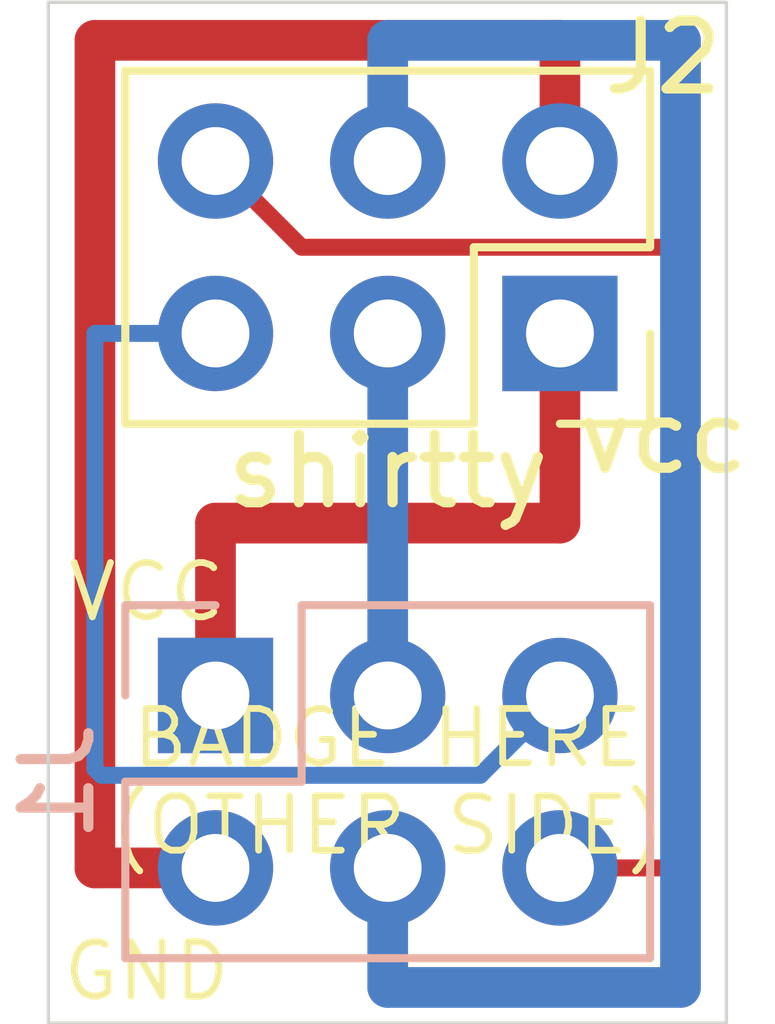
<source format=kicad_pcb>
(kicad_pcb (version 20171130) (host pcbnew "(5.1.4-0-10_14)")

  (general
    (thickness 1.6)
    (drawings 9)
    (tracks 22)
    (zones 0)
    (modules 2)
    (nets 7)
  )

  (page A4)
  (layers
    (0 F.Cu signal)
    (31 B.Cu signal)
    (32 B.Adhes user)
    (33 F.Adhes user)
    (34 B.Paste user)
    (35 F.Paste user)
    (36 B.SilkS user)
    (37 F.SilkS user)
    (38 B.Mask user)
    (39 F.Mask user)
    (40 Dwgs.User user)
    (41 Cmts.User user)
    (42 Eco1.User user)
    (43 Eco2.User user)
    (44 Edge.Cuts user)
    (45 Margin user)
    (46 B.CrtYd user)
    (47 F.CrtYd user)
    (48 B.Fab user)
    (49 F.Fab user)
  )

  (setup
    (last_trace_width 0.25)
    (user_trace_width 0.6)
    (user_trace_width 1)
    (trace_clearance 0.2)
    (zone_clearance 0.508)
    (zone_45_only no)
    (trace_min 0.2)
    (via_size 0.8)
    (via_drill 0.4)
    (via_min_size 0.4)
    (via_min_drill 0.3)
    (uvia_size 0.3)
    (uvia_drill 0.1)
    (uvias_allowed no)
    (uvia_min_size 0.2)
    (uvia_min_drill 0.1)
    (edge_width 0.05)
    (segment_width 0.2)
    (pcb_text_width 0.3)
    (pcb_text_size 1.5 1.5)
    (mod_edge_width 0.12)
    (mod_text_size 1 1)
    (mod_text_width 0.15)
    (pad_size 1.524 1.524)
    (pad_drill 0.762)
    (pad_to_mask_clearance 0.051)
    (solder_mask_min_width 0.25)
    (aux_axis_origin 0 0)
    (visible_elements FFFFFF7F)
    (pcbplotparams
      (layerselection 0x010fc_ffffffff)
      (usegerberextensions false)
      (usegerberattributes false)
      (usegerberadvancedattributes false)
      (creategerberjobfile false)
      (excludeedgelayer true)
      (linewidth 0.100000)
      (plotframeref false)
      (viasonmask false)
      (mode 1)
      (useauxorigin false)
      (hpglpennumber 1)
      (hpglpenspeed 20)
      (hpglpendiameter 15.000000)
      (psnegative false)
      (psa4output false)
      (plotreference true)
      (plotvalue true)
      (plotinvisibletext false)
      (padsonsilk false)
      (subtractmaskfromsilk false)
      (outputformat 1)
      (mirror false)
      (drillshape 1)
      (scaleselection 1)
      (outputdirectory ""))
  )

  (net 0 "")
  (net 1 /GPIO2)
  (net 2 /GPIO1)
  (net 3 /SCL)
  (net 4 /SDA)
  (net 5 /GND)
  (net 6 /VCC)

  (net_class Default "This is the default net class."
    (clearance 0.2)
    (trace_width 0.25)
    (via_dia 0.8)
    (via_drill 0.4)
    (uvia_dia 0.3)
    (uvia_drill 0.1)
    (add_net /GND)
    (add_net /GPIO1)
    (add_net /GPIO2)
    (add_net /SCL)
    (add_net /SDA)
    (add_net /VCC)
  )

  (module Connector_PinHeader_2.54mm:PinHeader_2x03_P2.54mm_Vertical (layer B.Cu) (tedit 59FED5CC) (tstamp 5DC2B780)
    (at 83.82 62.23 270)
    (descr "Through hole straight pin header, 2x03, 2.54mm pitch, double rows")
    (tags "Through hole pin header THT 2x03 2.54mm double row")
    (path /5DC2C4F5)
    (fp_text reference J1 (at 1.27 2.33 90) (layer B.SilkS)
      (effects (font (size 1 1) (thickness 0.15)) (justify mirror))
    )
    (fp_text value SAO (at 1.27 -7.41 90) (layer B.Fab)
      (effects (font (size 1 1) (thickness 0.15)) (justify mirror))
    )
    (fp_text user %R (at 1.27 -2.54 180) (layer B.Fab)
      (effects (font (size 1 1) (thickness 0.15)) (justify mirror))
    )
    (fp_line (start 4.35 1.8) (end -1.8 1.8) (layer B.CrtYd) (width 0.05))
    (fp_line (start 4.35 -6.85) (end 4.35 1.8) (layer B.CrtYd) (width 0.05))
    (fp_line (start -1.8 -6.85) (end 4.35 -6.85) (layer B.CrtYd) (width 0.05))
    (fp_line (start -1.8 1.8) (end -1.8 -6.85) (layer B.CrtYd) (width 0.05))
    (fp_line (start -1.33 1.33) (end 0 1.33) (layer B.SilkS) (width 0.12))
    (fp_line (start -1.33 0) (end -1.33 1.33) (layer B.SilkS) (width 0.12))
    (fp_line (start 1.27 1.33) (end 3.87 1.33) (layer B.SilkS) (width 0.12))
    (fp_line (start 1.27 -1.27) (end 1.27 1.33) (layer B.SilkS) (width 0.12))
    (fp_line (start -1.33 -1.27) (end 1.27 -1.27) (layer B.SilkS) (width 0.12))
    (fp_line (start 3.87 1.33) (end 3.87 -6.41) (layer B.SilkS) (width 0.12))
    (fp_line (start -1.33 -1.27) (end -1.33 -6.41) (layer B.SilkS) (width 0.12))
    (fp_line (start -1.33 -6.41) (end 3.87 -6.41) (layer B.SilkS) (width 0.12))
    (fp_line (start -1.27 0) (end 0 1.27) (layer B.Fab) (width 0.1))
    (fp_line (start -1.27 -6.35) (end -1.27 0) (layer B.Fab) (width 0.1))
    (fp_line (start 3.81 -6.35) (end -1.27 -6.35) (layer B.Fab) (width 0.1))
    (fp_line (start 3.81 1.27) (end 3.81 -6.35) (layer B.Fab) (width 0.1))
    (fp_line (start 0 1.27) (end 3.81 1.27) (layer B.Fab) (width 0.1))
    (pad 6 thru_hole oval (at 2.54 -5.08 270) (size 1.7 1.7) (drill 1) (layers *.Cu *.Mask)
      (net 1 /GPIO2))
    (pad 5 thru_hole oval (at 0 -5.08 270) (size 1.7 1.7) (drill 1) (layers *.Cu *.Mask)
      (net 2 /GPIO1))
    (pad 4 thru_hole oval (at 2.54 -2.54 270) (size 1.7 1.7) (drill 1) (layers *.Cu *.Mask)
      (net 3 /SCL))
    (pad 3 thru_hole oval (at 0 -2.54 270) (size 1.7 1.7) (drill 1) (layers *.Cu *.Mask)
      (net 4 /SDA))
    (pad 2 thru_hole oval (at 2.54 0 270) (size 1.7 1.7) (drill 1) (layers *.Cu *.Mask)
      (net 5 /GND))
    (pad 1 thru_hole rect (at 0 0 270) (size 1.7 1.7) (drill 1) (layers *.Cu *.Mask)
      (net 6 /VCC))
    (model ${KISYS3DMOD}/Connector_PinHeader_2.54mm.3dshapes/PinHeader_2x03_P2.54mm_Vertical.wrl
      (at (xyz 0 0 0))
      (scale (xyz 1 1 1))
      (rotate (xyz 0 0 0))
    )
  )

  (module Connector_PinSocket_2.54mm:PinSocket_2x03_P2.54mm_Vertical (layer F.Cu) (tedit 5A19A425) (tstamp 5DC2B6D8)
    (at 88.9 56.896 270)
    (descr "Through hole straight socket strip, 2x03, 2.54mm pitch, double cols (from Kicad 4.0.7), script generated")
    (tags "Through hole socket strip THT 2x03 2.54mm double row")
    (path /5DC316E3)
    (fp_text reference J2 (at -4.064 -1.524) (layer F.SilkS)
      (effects (font (size 1 1) (thickness 0.15)))
    )
    (fp_text value Badge (at -4.064 5.08 180) (layer F.Fab)
      (effects (font (size 1 1) (thickness 0.15)))
    )
    (fp_text user %R (at -1.27 2.54) (layer F.Fab)
      (effects (font (size 1 1) (thickness 0.15)))
    )
    (fp_line (start -4.34 6.85) (end -4.34 -1.8) (layer F.CrtYd) (width 0.05))
    (fp_line (start 1.76 6.85) (end -4.34 6.85) (layer F.CrtYd) (width 0.05))
    (fp_line (start 1.76 -1.8) (end 1.76 6.85) (layer F.CrtYd) (width 0.05))
    (fp_line (start -4.34 -1.8) (end 1.76 -1.8) (layer F.CrtYd) (width 0.05))
    (fp_line (start 0 -1.33) (end 1.33 -1.33) (layer F.SilkS) (width 0.12))
    (fp_line (start 1.33 -1.33) (end 1.33 0) (layer F.SilkS) (width 0.12))
    (fp_line (start -1.27 -1.33) (end -1.27 1.27) (layer F.SilkS) (width 0.12))
    (fp_line (start -1.27 1.27) (end 1.33 1.27) (layer F.SilkS) (width 0.12))
    (fp_line (start 1.33 1.27) (end 1.33 6.41) (layer F.SilkS) (width 0.12))
    (fp_line (start -3.87 6.41) (end 1.33 6.41) (layer F.SilkS) (width 0.12))
    (fp_line (start -3.87 -1.33) (end -3.87 6.41) (layer F.SilkS) (width 0.12))
    (fp_line (start -3.87 -1.33) (end -1.27 -1.33) (layer F.SilkS) (width 0.12))
    (fp_line (start -3.81 6.35) (end -3.81 -1.27) (layer F.Fab) (width 0.1))
    (fp_line (start 1.27 6.35) (end -3.81 6.35) (layer F.Fab) (width 0.1))
    (fp_line (start 1.27 -0.27) (end 1.27 6.35) (layer F.Fab) (width 0.1))
    (fp_line (start 0.27 -1.27) (end 1.27 -0.27) (layer F.Fab) (width 0.1))
    (fp_line (start -3.81 -1.27) (end 0.27 -1.27) (layer F.Fab) (width 0.1))
    (pad 6 thru_hole oval (at -2.54 5.08 270) (size 1.7 1.7) (drill 1) (layers *.Cu *.Mask)
      (net 1 /GPIO2))
    (pad 5 thru_hole oval (at 0 5.08 270) (size 1.7 1.7) (drill 1) (layers *.Cu *.Mask)
      (net 2 /GPIO1))
    (pad 4 thru_hole oval (at -2.54 2.54 270) (size 1.7 1.7) (drill 1) (layers *.Cu *.Mask)
      (net 3 /SCL))
    (pad 3 thru_hole oval (at 0 2.54 270) (size 1.7 1.7) (drill 1) (layers *.Cu *.Mask)
      (net 4 /SDA))
    (pad 2 thru_hole oval (at -2.54 0 270) (size 1.7 1.7) (drill 1) (layers *.Cu *.Mask)
      (net 5 /GND))
    (pad 1 thru_hole rect (at 0 0 270) (size 1.7 1.7) (drill 1) (layers *.Cu *.Mask)
      (net 6 /VCC))
    (model ${KISYS3DMOD}/Connector_PinSocket_2.54mm.3dshapes/PinSocket_2x03_P2.54mm_Vertical.wrl
      (at (xyz 0 0 0))
      (scale (xyz 1 1 1))
      (rotate (xyz 0 0 0))
    )
  )

  (gr_text vcc (at 90.424 58.42) (layer F.SilkS)
    (effects (font (size 1 1) (thickness 0.15)))
  )
  (gr_text shirtty (at 86.36 58.928) (layer F.SilkS)
    (effects (font (size 1 1) (thickness 0.15)))
  )
  (gr_text "BADGE HERE\n(OTHER SIDE)" (at 86.36 63.5) (layer F.SilkS) (tstamp 5DC2C3E1)
    (effects (font (size 0.8 0.8) (thickness 0.1)))
  )
  (gr_text GND (at 82.804 66.294) (layer F.SilkS) (tstamp 5DC2C3DD)
    (effects (font (size 0.8 0.8) (thickness 0.1)))
  )
  (gr_text VCC (at 82.804 60.706) (layer F.SilkS)
    (effects (font (size 0.8 0.8) (thickness 0.1)))
  )
  (gr_line (start 81.354 52.018) (end 81.354 67.056) (layer Edge.Cuts) (width 0.05) (tstamp 5DC2B8F9))
  (gr_line (start 91.354 52.018) (end 81.354 52.018) (layer Edge.Cuts) (width 0.05))
  (gr_line (start 91.354 67.056) (end 91.354 52.018) (layer Edge.Cuts) (width 0.05))
  (gr_line (start 81.354 67.056) (end 91.354 67.056) (layer Edge.Cuts) (width 0.05))

  (segment (start 85.09 55.626) (end 83.82 54.356) (width 0.25) (layer F.Cu) (net 1))
  (segment (start 90.678 55.626) (end 85.09 55.626) (width 0.25) (layer F.Cu) (net 1))
  (segment (start 90.678 64.77) (end 90.678 55.626) (width 0.25) (layer F.Cu) (net 1))
  (segment (start 88.9 64.77) (end 90.678 64.77) (width 0.25) (layer F.Cu) (net 1))
  (segment (start 82.042 56.896) (end 83.82 56.896) (width 0.25) (layer B.Cu) (net 2))
  (segment (start 82.042 63.310002) (end 82.042 56.896) (width 0.25) (layer B.Cu) (net 2))
  (segment (start 82.136999 63.405001) (end 82.042 63.310002) (width 0.25) (layer B.Cu) (net 2))
  (segment (start 87.724999 63.405001) (end 82.136999 63.405001) (width 0.25) (layer B.Cu) (net 2))
  (segment (start 88.9 62.23) (end 87.724999 63.405001) (width 0.25) (layer B.Cu) (net 2))
  (segment (start 86.36 52.578) (end 86.36 54.356) (width 0.6) (layer B.Cu) (net 3))
  (segment (start 86.36 66.53099) (end 90.678 66.53099) (width 0.6) (layer B.Cu) (net 3))
  (segment (start 90.678 52.578) (end 86.36 52.578) (width 0.6) (layer B.Cu) (net 3))
  (segment (start 90.678 66.53099) (end 90.678 52.578) (width 0.6) (layer B.Cu) (net 3))
  (segment (start 86.36 64.77) (end 86.36 66.53099) (width 0.6) (layer B.Cu) (net 3))
  (segment (start 86.36 62.23) (end 86.36 56.896) (width 0.6) (layer B.Cu) (net 4))
  (segment (start 88.9 52.578) (end 88.9 54.356) (width 0.6) (layer F.Cu) (net 5))
  (segment (start 82.042 52.578) (end 88.9 52.578) (width 0.6) (layer F.Cu) (net 5))
  (segment (start 82.042 64.77) (end 82.042 52.578) (width 0.6) (layer F.Cu) (net 5))
  (segment (start 83.82 64.77) (end 82.042 64.77) (width 0.6) (layer F.Cu) (net 5))
  (segment (start 88.9 59.69) (end 88.9 56.896) (width 0.6) (layer F.Cu) (net 6))
  (segment (start 83.82 59.69) (end 88.9 59.69) (width 0.6) (layer F.Cu) (net 6))
  (segment (start 83.82 62.23) (end 83.82 59.69) (width 0.6) (layer F.Cu) (net 6))

)

</source>
